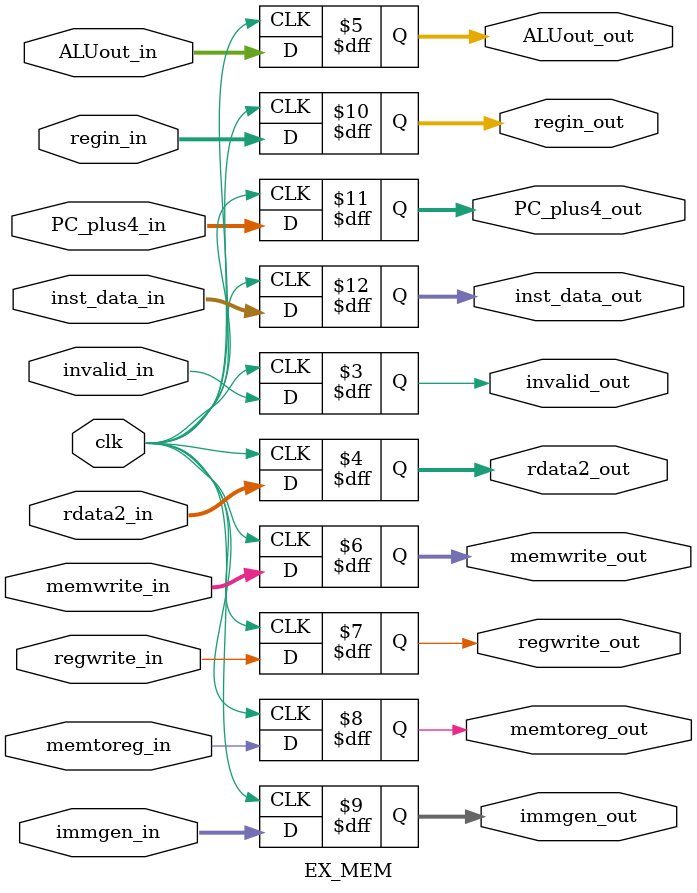
<source format=sv>
`timescale 1ns / 1ns


// Engineer: Youssef Ahmed
// 
// Create Date:    14/08/2023

// Design Name:    EX_MEM stage 

// Module Name:    EX_MEM

// Project Name:   RISC-V

// Target Devices: 

// Tool versions: 

// Description: 
//
//
//////////////////////////////////////////////////////////////////////////////////




module EX_MEM(


	                input clk,
                   input memtoreg_in,
                   input regwrite_in,
                   input [3:0] memwrite_in,
                   input [31:0] ALUout_in,
                   input [31:0] rdata2_in,
	                input invalid_in,
                   input [31:0] immgen_in,
                   input [1:0] regin_in,
                   input [31:0] PC_plus4_in,
	                input [31:0] inst_data_in,	 
	                output logic invalid_out,
                   output logic [31:0] rdata2_out,
                   output logic [31:0] ALUout_out,
                   output logic [3:0] memwrite_out,
                   output logic regwrite_out,
                   output logic memtoreg_out,
                   output logic [31:0] immgen_out,
                   output logic [1:0] regin_out,
                   output logic [31:0] PC_plus4_out,
	                output logic [31:0] inst_data_out
						 
                                                        );
																		  
																		  
	 
initial begin

	regin_out = 0;
	
	memtoreg_out = 0;
	
	memwrite_out = 0;
	
	PC_plus4_out = 0;
	
	ALUout_out = 0;
	
	rdata2_out = 0;
	
	immgen_out = 0;
	
	regwrite_out = 0;
	
	inst_data_out = 0;
	
	invalid_out =0;
	
	
 end

	
	
	
	
always_ff @(posedge clk)begin


	regin_out <= regin_in;
	
	memtoreg_out <= memtoreg_in;
	
	memwrite_out <= memwrite_in;
	
	PC_plus4_out <= PC_plus4_in;
	
	ALUout_out <= ALUout_in;
	
	rdata2_out <= rdata2_in;
	
	immgen_out <= immgen_in;
	
	regwrite_out <= regwrite_in;
	
	inst_data_out <= inst_data_in;
	
	invalid_out <= invalid_in;
	
	
	
	
	end
	
	
	
	
	
endmodule
</source>
